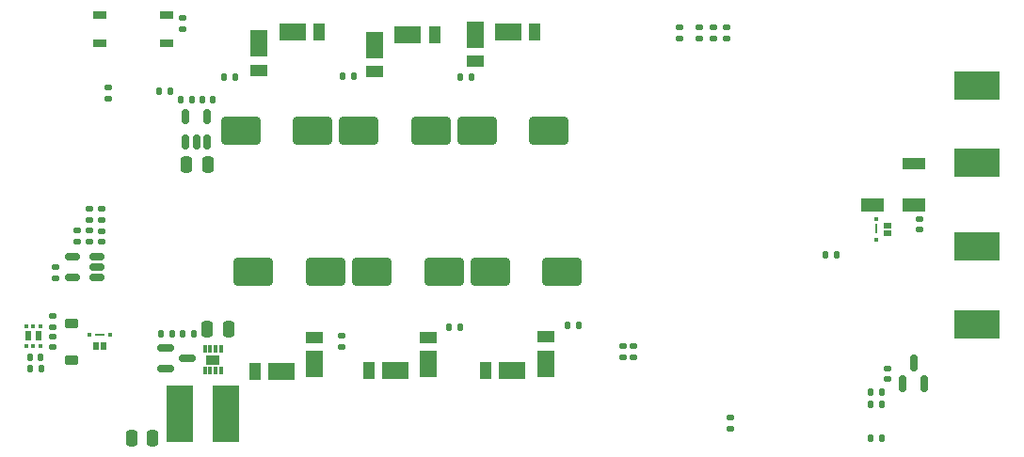
<source format=gbp>
G04 #@! TF.GenerationSoftware,KiCad,Pcbnew,8.0.3*
G04 #@! TF.CreationDate,2024-07-31T22:39:35+02:00*
G04 #@! TF.ProjectId,hw-tele-stern,68772d74-656c-4652-9d73-7465726e2e6b,rev2 w/ output diodes*
G04 #@! TF.SameCoordinates,Original*
G04 #@! TF.FileFunction,Paste,Bot*
G04 #@! TF.FilePolarity,Positive*
%FSLAX46Y46*%
G04 Gerber Fmt 4.6, Leading zero omitted, Abs format (unit mm)*
G04 Created by KiCad (PCBNEW 8.0.3) date 2024-07-31 22:39:35*
%MOMM*%
%LPD*%
G01*
G04 APERTURE LIST*
G04 Aperture macros list*
%AMRoundRect*
0 Rectangle with rounded corners*
0 $1 Rounding radius*
0 $2 $3 $4 $5 $6 $7 $8 $9 X,Y pos of 4 corners*
0 Add a 4 corners polygon primitive as box body*
4,1,4,$2,$3,$4,$5,$6,$7,$8,$9,$2,$3,0*
0 Add four circle primitives for the rounded corners*
1,1,$1+$1,$2,$3*
1,1,$1+$1,$4,$5*
1,1,$1+$1,$6,$7*
1,1,$1+$1,$8,$9*
0 Add four rect primitives between the rounded corners*
20,1,$1+$1,$2,$3,$4,$5,0*
20,1,$1+$1,$4,$5,$6,$7,0*
20,1,$1+$1,$6,$7,$8,$9,0*
20,1,$1+$1,$8,$9,$2,$3,0*%
G04 Aperture macros list end*
%ADD10RoundRect,0.147500X0.172500X-0.147500X0.172500X0.147500X-0.172500X0.147500X-0.172500X-0.147500X0*%
%ADD11R,4.190000X2.665000*%
%ADD12RoundRect,0.250000X-1.500000X-1.000000X1.500000X-1.000000X1.500000X1.000000X-1.500000X1.000000X0*%
%ADD13R,2.000000X1.200000*%
%ADD14R,2.000000X1.000000*%
%ADD15RoundRect,0.135000X0.185000X-0.135000X0.185000X0.135000X-0.185000X0.135000X-0.185000X-0.135000X0*%
%ADD16RoundRect,0.250000X-0.250000X-0.475000X0.250000X-0.475000X0.250000X0.475000X-0.250000X0.475000X0*%
%ADD17RoundRect,0.135000X-0.135000X-0.185000X0.135000X-0.185000X0.135000X0.185000X-0.135000X0.185000X0*%
%ADD18RoundRect,0.140000X-0.170000X0.140000X-0.170000X-0.140000X0.170000X-0.140000X0.170000X0.140000X0*%
%ADD19RoundRect,0.225000X0.375000X-0.225000X0.375000X0.225000X-0.375000X0.225000X-0.375000X-0.225000X0*%
%ADD20RoundRect,0.135000X-0.185000X0.135000X-0.185000X-0.135000X0.185000X-0.135000X0.185000X0.135000X0*%
%ADD21R,1.200000X0.800000*%
%ADD22RoundRect,0.135000X0.135000X0.185000X-0.135000X0.185000X-0.135000X-0.185000X0.135000X-0.185000X0*%
%ADD23RoundRect,0.140000X0.170000X-0.140000X0.170000X0.140000X-0.170000X0.140000X-0.170000X-0.140000X0*%
%ADD24R,2.400000X1.500000*%
%ADD25R,1.050000X1.500000*%
%ADD26RoundRect,0.150000X0.512500X0.150000X-0.512500X0.150000X-0.512500X-0.150000X0.512500X-0.150000X0*%
%ADD27R,1.500000X2.400000*%
%ADD28R,1.500000X1.050000*%
%ADD29RoundRect,0.250000X1.500000X1.000000X-1.500000X1.000000X-1.500000X-1.000000X1.500000X-1.000000X0*%
%ADD30R,0.800000X0.600000*%
%ADD31R,0.300000X0.350000*%
%ADD32R,0.235000X0.870000*%
%ADD33RoundRect,0.147500X-0.172500X0.147500X-0.172500X-0.147500X0.172500X-0.147500X0.172500X0.147500X0*%
%ADD34R,0.600000X0.800000*%
%ADD35R,0.350000X0.300000*%
%ADD36R,0.870000X0.235000*%
%ADD37R,0.300000X0.750000*%
%ADD38R,1.300000X0.900000*%
%ADD39RoundRect,0.150000X0.150000X-0.512500X0.150000X0.512500X-0.150000X0.512500X-0.150000X-0.512500X0*%
%ADD40R,2.350000X5.100000*%
%ADD41RoundRect,0.150000X0.150000X-0.587500X0.150000X0.587500X-0.150000X0.587500X-0.150000X-0.587500X0*%
%ADD42RoundRect,0.140000X0.140000X0.170000X-0.140000X0.170000X-0.140000X-0.170000X0.140000X-0.170000X0*%
%ADD43RoundRect,0.150000X-0.587500X-0.150000X0.587500X-0.150000X0.587500X0.150000X-0.587500X0.150000X0*%
%ADD44RoundRect,0.140000X-0.140000X-0.170000X0.140000X-0.170000X0.140000X0.170000X-0.140000X0.170000X0*%
%ADD45R,0.300000X0.325000*%
%ADD46R,0.613000X0.950000*%
%ADD47RoundRect,0.250000X0.250000X0.475000X-0.250000X0.475000X-0.250000X-0.475000X0.250000X-0.475000X0*%
G04 APERTURE END LIST*
D10*
X94558895Y-102868823D03*
X94558895Y-101898823D03*
D11*
X174423895Y-95806323D03*
X174423895Y-88821323D03*
X174423895Y-103321323D03*
X174423895Y-110306323D03*
D12*
X129426395Y-92921323D03*
X135926395Y-92921323D03*
D13*
X168708895Y-99563823D03*
X165008895Y-99563823D03*
D14*
X168708895Y-95863823D03*
D15*
X93458895Y-102908823D03*
X93458895Y-101888823D03*
D16*
X105196395Y-110713823D03*
X107096395Y-110713823D03*
D17*
X106659160Y-88082255D03*
X107679160Y-88082255D03*
D18*
X169258895Y-100833823D03*
X169258895Y-101793823D03*
D19*
X92964000Y-113536000D03*
X92964000Y-110236000D03*
D20*
X147658895Y-83603823D03*
X147658895Y-84623823D03*
D21*
X101500000Y-82510000D03*
X101500000Y-85050000D03*
X95500000Y-85050000D03*
X95500000Y-82510000D03*
D20*
X94558895Y-99888823D03*
X94558895Y-100908823D03*
D22*
X138622889Y-110400741D03*
X137602889Y-110400741D03*
D15*
X95658895Y-100908823D03*
X95658895Y-99888823D03*
D23*
X91310000Y-112390000D03*
X91310000Y-111430000D03*
D22*
X127968170Y-110569126D03*
X126948170Y-110569126D03*
D24*
X111856863Y-114546359D03*
D25*
X109481863Y-114546359D03*
D26*
X95296395Y-104233823D03*
X95296395Y-105183823D03*
X95296395Y-106133823D03*
X93021395Y-106133823D03*
X93021395Y-104233823D03*
D27*
X114833035Y-113893793D03*
D28*
X114833035Y-111518793D03*
D29*
X115826863Y-105631359D03*
X109326863Y-105631359D03*
D22*
X103946395Y-111163823D03*
X102926395Y-111163823D03*
D20*
X117256863Y-111336359D03*
X117256863Y-112356359D03*
X91310000Y-109560000D03*
X91310000Y-110580000D03*
D23*
X91558895Y-106143823D03*
X91558895Y-105183823D03*
D15*
X103000000Y-83760000D03*
X103000000Y-82740000D03*
D24*
X123238895Y-84231323D03*
D25*
X125613895Y-84231323D03*
D29*
X137115002Y-105616969D03*
X130615002Y-105616969D03*
D27*
X129263895Y-84231323D03*
D28*
X129263895Y-86606323D03*
D30*
X166358895Y-102113823D03*
X166358895Y-101413823D03*
D31*
X165383895Y-102688823D03*
D32*
X165383895Y-101723823D03*
D31*
X165383895Y-100838823D03*
D33*
X95658895Y-101913823D03*
X95658895Y-102883823D03*
D16*
X98358895Y-120563823D03*
X100258895Y-120563823D03*
D27*
X125056863Y-113896359D03*
D28*
X125056863Y-111521359D03*
D20*
X150708895Y-83603823D03*
X150708895Y-84623823D03*
D12*
X118833895Y-92931323D03*
X125333895Y-92931323D03*
D24*
X122106863Y-114446359D03*
D25*
X119731863Y-114446359D03*
D34*
X95133895Y-112263823D03*
X95833895Y-112263823D03*
D35*
X94558895Y-111288823D03*
D36*
X95523895Y-111288823D03*
D35*
X96408895Y-111288823D03*
D22*
X102046395Y-111163823D03*
X101026395Y-111163823D03*
D37*
X106458895Y-114513823D03*
X105958895Y-114513823D03*
X105458895Y-114513823D03*
X104958895Y-114513823D03*
X104958895Y-112513823D03*
X105458895Y-112513823D03*
X105958895Y-112513823D03*
X106458895Y-112513823D03*
D38*
X105708895Y-113513823D03*
D39*
X105158895Y-93913823D03*
X104208895Y-93913823D03*
X103258895Y-93913823D03*
X103258895Y-91638823D03*
X105158895Y-91638823D03*
D40*
X102683895Y-118413823D03*
X106833895Y-118413823D03*
D20*
X149458895Y-83603823D03*
X149458895Y-84623823D03*
D17*
X127904124Y-88025469D03*
X128924124Y-88025469D03*
D41*
X169658895Y-115701323D03*
X167758895Y-115701323D03*
X168708895Y-113826323D03*
D42*
X105688895Y-90076323D03*
X104728895Y-90076323D03*
D43*
X101471395Y-114313823D03*
X101471395Y-112413823D03*
X103346395Y-113363823D03*
D24*
X112838895Y-84031323D03*
D25*
X115213895Y-84031323D03*
D42*
X165838895Y-120613823D03*
X164878895Y-120613823D03*
D22*
X161818895Y-104063823D03*
X160798895Y-104063823D03*
D23*
X166408895Y-115243823D03*
X166408895Y-114283823D03*
D22*
X165868895Y-116463823D03*
X164848895Y-116463823D03*
D44*
X102828895Y-90076323D03*
X103788895Y-90076323D03*
D42*
X90220000Y-113288823D03*
X89260000Y-113288823D03*
D27*
X109813895Y-85056323D03*
D28*
X109813895Y-87431323D03*
D42*
X165838895Y-117513823D03*
X164878895Y-117513823D03*
D18*
X152258895Y-118733823D03*
X152258895Y-119693823D03*
D45*
X90183500Y-112313823D03*
X89533500Y-112313823D03*
X88883500Y-112313823D03*
D46*
X89067000Y-111388823D03*
D45*
X88883500Y-110463823D03*
X89533500Y-110463823D03*
D46*
X90000000Y-111388823D03*
D45*
X90183500Y-110463823D03*
D24*
X132238895Y-84031323D03*
D25*
X134613895Y-84031323D03*
D20*
X151858895Y-83603823D03*
X151858895Y-84623823D03*
D15*
X143558895Y-113323823D03*
X143558895Y-112303823D03*
D27*
X120213895Y-85181323D03*
D28*
X120213895Y-87556323D03*
D23*
X96258895Y-89993823D03*
X96258895Y-89033823D03*
D17*
X100834722Y-89326613D03*
X101854722Y-89326613D03*
X117344385Y-88008264D03*
X118364385Y-88008264D03*
D20*
X142558895Y-112303823D03*
X142558895Y-113323823D03*
D27*
X135656863Y-113846359D03*
D28*
X135656863Y-111471359D03*
D12*
X108172395Y-92927823D03*
X114672395Y-92927823D03*
D22*
X90250000Y-114288823D03*
X89230000Y-114288823D03*
D47*
X105208895Y-95913823D03*
X103308895Y-95913823D03*
D24*
X132631863Y-114446359D03*
D25*
X130256863Y-114446359D03*
D29*
X126476863Y-105631359D03*
X119976863Y-105631359D03*
M02*

</source>
